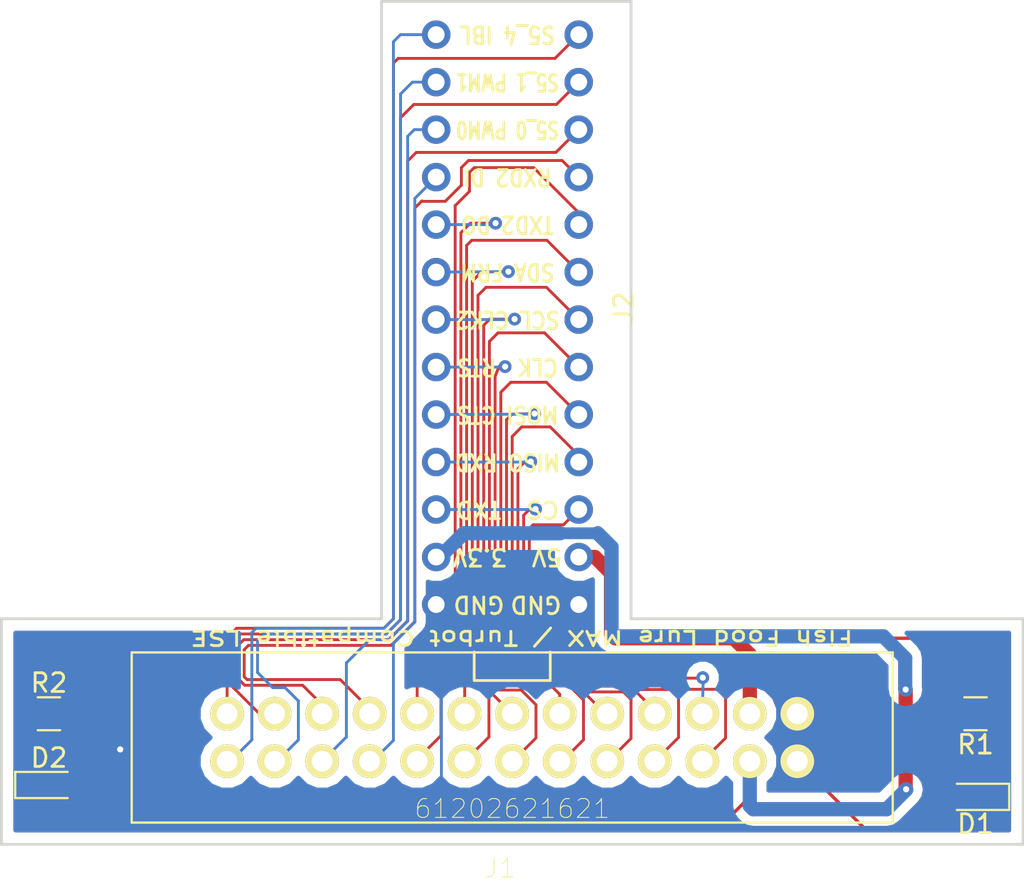
<source format=kicad_pcb>
(kicad_pcb (version 4) (host pcbnew 4.0.7)

  (general
    (links 33)
    (no_connects 0)
    (area 118.669999 65.964999 173.430001 111.200001)
    (thickness 1.6)
    (drawings 25)
    (tracks 296)
    (zones 0)
    (modules 6)
    (nets 28)
  )

  (page A4)
  (title_block
    (title "Fish Food Lure")
    (date 2018-04-08)
    (rev 0.7)
  )

  (layers
    (0 F.Cu signal)
    (31 B.Cu signal)
    (34 B.Paste user)
    (35 F.Paste user hide)
    (36 B.SilkS user)
    (37 F.SilkS user)
    (38 B.Mask user)
    (39 F.Mask user hide)
    (40 Dwgs.User user hide)
    (41 Cmts.User user)
    (42 Eco1.User user)
    (43 Eco2.User user)
    (44 Edge.Cuts user)
    (45 Margin user)
    (46 B.CrtYd user)
    (47 F.CrtYd user)
  )

  (setup
    (last_trace_width 0.1524)
    (user_trace_width 0.1524)
    (user_trace_width 0.1778)
    (user_trace_width 0.635)
    (user_trace_width 0.762)
    (trace_clearance 0.1524)
    (zone_clearance 0.508)
    (zone_45_only no)
    (trace_min 0.1524)
    (segment_width 0.2)
    (edge_width 0.15)
    (via_size 0.6858)
    (via_drill 0.3302)
    (via_min_size 0.6858)
    (via_min_drill 0.3302)
    (uvia_size 0.6858)
    (uvia_drill 0.3302)
    (uvias_allowed no)
    (uvia_min_size 0)
    (uvia_min_drill 0)
    (pcb_text_width 0.3)
    (pcb_text_size 1.5 1.5)
    (mod_edge_width 0.15)
    (mod_text_size 1 1)
    (mod_text_width 0.15)
    (pad_size 1.524 1.524)
    (pad_drill 0.762)
    (pad_to_mask_clearance 0.2)
    (aux_axis_origin 0 0)
    (visible_elements FFFFFF7F)
    (pcbplotparams
      (layerselection 0x00030_80000001)
      (usegerberextensions false)
      (excludeedgelayer true)
      (linewidth 0.100000)
      (plotframeref false)
      (viasonmask false)
      (mode 1)
      (useauxorigin false)
      (hpglpennumber 1)
      (hpglpenspeed 20)
      (hpglpendiameter 15)
      (hpglpenoverlay 2)
      (psnegative false)
      (psa4output false)
      (plotreference true)
      (plotvalue true)
      (plotinvisibletext false)
      (padsonsilk false)
      (subtractmaskfromsilk false)
      (outputformat 1)
      (mirror false)
      (drillshape 1)
      (scaleselection 1)
      (outputdirectory ""))
  )

  (net 0 "")
  (net 1 "Net-(D1-Pad2)")
  (net 2 GND)
  (net 3 "Net-(D2-Pad2)")
  (net 4 +3V3)
  (net 5 +5V)
  (net 6 /TXD)
  (net 7 /CS)
  (net 8 /MISO)
  (net 9 /RXD)
  (net 10 /MOSI)
  (net 11 /CTS)
  (net 12 /CLK)
  (net 13 /RTS)
  (net 14 /SCL)
  (net 15 /CLK2)
  (net 16 /SDA)
  (net 17 /FRM)
  (net 18 /TXD2)
  (net 19 /DO)
  (net 20 /RXD2)
  (net 21 /DI)
  (net 22 /S5_0)
  (net 23 /PWM0)
  (net 24 /S5_1)
  (net 25 /PWM1)
  (net 26 /S5_4)
  (net 27 /IBL)

  (net_class Default "This is the default net class."
    (clearance 0.1524)
    (trace_width 0.1524)
    (via_dia 0.6858)
    (via_drill 0.3302)
    (uvia_dia 0.6858)
    (uvia_drill 0.3302)
    (add_net +3V3)
    (add_net +5V)
    (add_net /CLK)
    (add_net /CLK2)
    (add_net /CS)
    (add_net /CTS)
    (add_net /DI)
    (add_net /DO)
    (add_net /FRM)
    (add_net /IBL)
    (add_net /MISO)
    (add_net /MOSI)
    (add_net /PWM0)
    (add_net /PWM1)
    (add_net /RTS)
    (add_net /RXD)
    (add_net /RXD2)
    (add_net /S5_0)
    (add_net /S5_1)
    (add_net /S5_4)
    (add_net /SCL)
    (add_net /SDA)
    (add_net /TXD)
    (add_net /TXD2)
    (add_net GND)
    (add_net "Net-(D1-Pad2)")
    (add_net "Net-(D2-Pad2)")
  )

  (module Resistors_SMD:R_0805 (layer F.Cu) (tedit 58E0A804) (tstamp 5AC85431)
    (at 121.285 104.14)
    (descr "Resistor SMD 0805, reflow soldering, Vishay (see dcrcw.pdf)")
    (tags "resistor 0805")
    (path /5AC85645)
    (attr smd)
    (fp_text reference R2 (at 0 -1.65) (layer F.SilkS)
      (effects (font (size 1 1) (thickness 0.15)))
    )
    (fp_text value R (at 0 1.75) (layer F.Fab)
      (effects (font (size 1 1) (thickness 0.15)))
    )
    (fp_text user %R (at 0 0) (layer F.Fab)
      (effects (font (size 0.5 0.5) (thickness 0.075)))
    )
    (fp_line (start -1 0.62) (end -1 -0.62) (layer F.Fab) (width 0.1))
    (fp_line (start 1 0.62) (end -1 0.62) (layer F.Fab) (width 0.1))
    (fp_line (start 1 -0.62) (end 1 0.62) (layer F.Fab) (width 0.1))
    (fp_line (start -1 -0.62) (end 1 -0.62) (layer F.Fab) (width 0.1))
    (fp_line (start 0.6 0.88) (end -0.6 0.88) (layer F.SilkS) (width 0.12))
    (fp_line (start -0.6 -0.88) (end 0.6 -0.88) (layer F.SilkS) (width 0.12))
    (fp_line (start -1.55 -0.9) (end 1.55 -0.9) (layer F.CrtYd) (width 0.05))
    (fp_line (start -1.55 -0.9) (end -1.55 0.9) (layer F.CrtYd) (width 0.05))
    (fp_line (start 1.55 0.9) (end 1.55 -0.9) (layer F.CrtYd) (width 0.05))
    (fp_line (start 1.55 0.9) (end -1.55 0.9) (layer F.CrtYd) (width 0.05))
    (pad 1 smd rect (at -0.95 0) (size 0.7 1.3) (layers F.Cu F.Paste F.Mask)
      (net 4 +3V3))
    (pad 2 smd rect (at 0.95 0) (size 0.7 1.3) (layers F.Cu F.Paste F.Mask)
      (net 3 "Net-(D2-Pad2)"))
    (model ${KISYS3DMOD}/Resistors_SMD.3dshapes/R_0805.wrl
      (at (xyz 0 0 0))
      (scale (xyz 1 1 1))
      (rotate (xyz 0 0 0))
    )
  )

  (module Resistors_SMD:R_0805 (layer F.Cu) (tedit 58E0A804) (tstamp 5AC85420)
    (at 170.815 104.14 180)
    (descr "Resistor SMD 0805, reflow soldering, Vishay (see dcrcw.pdf)")
    (tags "resistor 0805")
    (path /5AC855DF)
    (attr smd)
    (fp_text reference R1 (at 0 -1.65 180) (layer F.SilkS)
      (effects (font (size 1 1) (thickness 0.15)))
    )
    (fp_text value R (at 0 1.75 180) (layer F.Fab)
      (effects (font (size 1 1) (thickness 0.15)))
    )
    (fp_text user %R (at 0 0 180) (layer F.Fab)
      (effects (font (size 0.5 0.5) (thickness 0.075)))
    )
    (fp_line (start -1 0.62) (end -1 -0.62) (layer F.Fab) (width 0.1))
    (fp_line (start 1 0.62) (end -1 0.62) (layer F.Fab) (width 0.1))
    (fp_line (start 1 -0.62) (end 1 0.62) (layer F.Fab) (width 0.1))
    (fp_line (start -1 -0.62) (end 1 -0.62) (layer F.Fab) (width 0.1))
    (fp_line (start 0.6 0.88) (end -0.6 0.88) (layer F.SilkS) (width 0.12))
    (fp_line (start -0.6 -0.88) (end 0.6 -0.88) (layer F.SilkS) (width 0.12))
    (fp_line (start -1.55 -0.9) (end 1.55 -0.9) (layer F.CrtYd) (width 0.05))
    (fp_line (start -1.55 -0.9) (end -1.55 0.9) (layer F.CrtYd) (width 0.05))
    (fp_line (start 1.55 0.9) (end 1.55 -0.9) (layer F.CrtYd) (width 0.05))
    (fp_line (start 1.55 0.9) (end -1.55 0.9) (layer F.CrtYd) (width 0.05))
    (pad 1 smd rect (at -0.95 0 180) (size 0.7 1.3) (layers F.Cu F.Paste F.Mask)
      (net 5 +5V))
    (pad 2 smd rect (at 0.95 0 180) (size 0.7 1.3) (layers F.Cu F.Paste F.Mask)
      (net 1 "Net-(D1-Pad2)"))
    (model ${KISYS3DMOD}/Resistors_SMD.3dshapes/R_0805.wrl
      (at (xyz 0 0 0))
      (scale (xyz 1 1 1))
      (rotate (xyz 0 0 0))
    )
  )

  (module footprints:26_pin_breadboard (layer F.Cu) (tedit 5AC84E0F) (tstamp 5AC8540F)
    (at 147.066 83.058 90)
    (path /5AC849C3)
    (fp_text reference J2 (at 0.635 4.945 90) (layer F.SilkS)
      (effects (font (size 1 1) (thickness 0.15)))
    )
    (fp_text value MinnowBoard_LSE_breakout (at 0.635 -6.85 90) (layer F.Fab)
      (effects (font (size 1 1) (thickness 0.15)))
    )
    (pad 1 thru_hole circle (at -15.24 2.54 90) (size 1.524 1.524) (drill 0.9) (layers *.Cu *.Mask)
      (net 2 GND))
    (pad 2 thru_hole circle (at -15.24 -5.08 90) (size 1.524 1.524) (drill 0.9) (layers *.Cu *.Mask)
      (net 2 GND))
    (pad 3 thru_hole circle (at -12.7 2.54 90) (size 1.524 1.524) (drill 0.9) (layers *.Cu *.Mask)
      (net 5 +5V))
    (pad 4 thru_hole circle (at -12.7 -5.08 90) (size 1.524 1.524) (drill 0.9) (layers *.Cu *.Mask)
      (net 4 +3V3))
    (pad 5 thru_hole circle (at -10.16 2.54 90) (size 1.524 1.524) (drill 0.9) (layers *.Cu *.Mask)
      (net 7 /CS))
    (pad 6 thru_hole circle (at -10.16 -5.08 90) (size 1.524 1.524) (drill 0.9) (layers *.Cu *.Mask)
      (net 6 /TXD))
    (pad 7 thru_hole circle (at -7.62 2.54 90) (size 1.524 1.524) (drill 0.9) (layers *.Cu *.Mask)
      (net 8 /MISO))
    (pad 8 thru_hole circle (at -7.62 -5.08 90) (size 1.524 1.524) (drill 0.9) (layers *.Cu *.Mask)
      (net 9 /RXD))
    (pad 9 thru_hole circle (at -5.08 2.54 90) (size 1.524 1.524) (drill 0.9) (layers *.Cu *.Mask)
      (net 10 /MOSI))
    (pad 10 thru_hole circle (at -5.08 -5.08 90) (size 1.524 1.524) (drill 0.9) (layers *.Cu *.Mask)
      (net 11 /CTS))
    (pad 11 thru_hole circle (at -2.54 2.54 90) (size 1.524 1.524) (drill 0.9) (layers *.Cu *.Mask)
      (net 12 /CLK))
    (pad 12 thru_hole circle (at -2.54 -5.08 90) (size 1.524 1.524) (drill 0.9) (layers *.Cu *.Mask)
      (net 13 /RTS))
    (pad 13 thru_hole circle (at 0 2.54 90) (size 1.524 1.524) (drill 0.9) (layers *.Cu *.Mask)
      (net 14 /SCL))
    (pad 14 thru_hole circle (at 0 -5.08 90) (size 1.524 1.524) (drill 0.9) (layers *.Cu *.Mask)
      (net 15 /CLK2))
    (pad 15 thru_hole circle (at 2.54 2.54 90) (size 1.524 1.524) (drill 0.9) (layers *.Cu *.Mask)
      (net 16 /SDA))
    (pad 16 thru_hole circle (at 2.54 -5.08 90) (size 1.524 1.524) (drill 0.9) (layers *.Cu *.Mask)
      (net 17 /FRM))
    (pad 17 thru_hole circle (at 5.08 2.54 90) (size 1.524 1.524) (drill 0.9) (layers *.Cu *.Mask)
      (net 18 /TXD2))
    (pad 18 thru_hole circle (at 5.08 -5.08 90) (size 1.524 1.524) (drill 0.9) (layers *.Cu *.Mask)
      (net 19 /DO))
    (pad 19 thru_hole circle (at 7.62 2.54 90) (size 1.524 1.524) (drill 0.9) (layers *.Cu *.Mask)
      (net 20 /RXD2))
    (pad 20 thru_hole circle (at 7.62 -5.08 90) (size 1.524 1.524) (drill 0.9) (layers *.Cu *.Mask)
      (net 21 /DI))
    (pad 21 thru_hole circle (at 10.16 2.54 90) (size 1.524 1.524) (drill 0.9) (layers *.Cu *.Mask)
      (net 22 /S5_0))
    (pad 22 thru_hole circle (at 10.16 -5.08 90) (size 1.524 1.524) (drill 0.9) (layers *.Cu *.Mask)
      (net 23 /PWM0))
    (pad 23 thru_hole circle (at 12.7 2.54 90) (size 1.524 1.524) (drill 0.9) (layers *.Cu *.Mask)
      (net 24 /S5_1))
    (pad 24 thru_hole circle (at 12.7 -5.08 90) (size 1.524 1.524) (drill 0.9) (layers *.Cu *.Mask)
      (net 25 /PWM1))
    (pad 25 thru_hole circle (at 15.24 2.54 90) (size 1.524 1.524) (drill 0.9) (layers *.Cu *.Mask)
      (net 26 /S5_4))
    (pad 26 thru_hole circle (at 15.24 -5.08 90) (size 1.524 1.524) (drill 0.9) (layers *.Cu *.Mask)
      (net 27 /IBL))
  )

  (module footprints:61202621621 (layer F.Cu) (tedit 5AC87779) (tstamp 5AC853F1)
    (at 146.05 105.41 180)
    (descr "WR-BHD 2.54mm Male Box Header, 26 Pins")
    (path /5AC7CC34)
    (fp_text reference J1 (at 0.636233 -6.9987 180) (layer F.SilkS)
      (effects (font (size 1.00196 1.00196) (thickness 0.05)))
    )
    (fp_text value 61202621621 (at 0 -3.81 180) (layer F.SilkS)
      (effects (font (size 1.00196 1.00196) (thickness 0.05)))
    )
    (fp_line (start -2.032 4.572) (end -2.032 3.048) (layer F.SilkS) (width 0.15))
    (fp_line (start -2.032 3.048) (end 2 3.048) (layer F.SilkS) (width 0.15))
    (fp_line (start 2.032 3.048) (end 2.032 4.572) (layer F.SilkS) (width 0.15))
    (fp_line (start -20.34 -4.55) (end 20.34 -4.55) (layer F.SilkS) (width 0.127))
    (fp_line (start 20.34 -4.55) (end 20.34 4.55) (layer F.SilkS) (width 0.127))
    (fp_line (start 20.34 4.55) (end -20.34 4.55) (layer F.SilkS) (width 0.127))
    (fp_line (start -20.34 4.55) (end -20.34 -4.55) (layer F.SilkS) (width 0.127))
    (fp_poly (pts (xy -20.59 -4.8) (xy 20.59 -4.8) (xy 20.59 4.8) (xy -20.59 4.8)) (layer Dwgs.User) (width 0.127))
    (pad 2 thru_hole circle (at -15.24 -1.27 180) (size 1.8 1.8) (drill 1.1) (layers *.Cu *.Mask F.SilkS)
      (net 2 GND))
    (pad 1 thru_hole circle (at -15.24 1.27 180) (size 1.8 1.8) (drill 1.1) (layers *.Cu *.Mask F.SilkS)
      (net 2 GND))
    (pad 4 thru_hole circle (at -12.7 -1.27 180) (size 1.8 1.8) (drill 1.1) (layers *.Cu *.Mask F.SilkS)
      (net 4 +3V3))
    (pad 3 thru_hole circle (at -12.7 1.27 180) (size 1.8 1.8) (drill 1.1) (layers *.Cu *.Mask F.SilkS)
      (net 5 +5V))
    (pad 6 thru_hole circle (at -10.16 -1.27 180) (size 1.8 1.8) (drill 1.1) (layers *.Cu *.Mask F.SilkS)
      (net 6 /TXD))
    (pad 5 thru_hole circle (at -10.16 1.27 180) (size 1.8 1.8) (drill 1.1) (layers *.Cu *.Mask F.SilkS)
      (net 7 /CS))
    (pad 7 thru_hole circle (at -7.62 1.27 180) (size 1.8 1.8) (drill 1.1) (layers *.Cu *.Mask F.SilkS)
      (net 8 /MISO))
    (pad 8 thru_hole circle (at -7.62 -1.27 180) (size 1.8 1.8) (drill 1.1) (layers *.Cu *.Mask F.SilkS)
      (net 9 /RXD))
    (pad 9 thru_hole circle (at -5.08 1.27 180) (size 1.8 1.8) (drill 1.1) (layers *.Cu *.Mask F.SilkS)
      (net 10 /MOSI))
    (pad 10 thru_hole circle (at -5.08 -1.27 180) (size 1.8 1.8) (drill 1.1) (layers *.Cu *.Mask F.SilkS)
      (net 11 /CTS))
    (pad 11 thru_hole circle (at -2.54 1.27 180) (size 1.8 1.8) (drill 1.1) (layers *.Cu *.Mask F.SilkS)
      (net 12 /CLK))
    (pad 12 thru_hole circle (at -2.54 -1.27 180) (size 1.8 1.8) (drill 1.1) (layers *.Cu *.Mask F.SilkS)
      (net 13 /RTS))
    (pad 13 thru_hole circle (at 0 1.27 180) (size 1.8 1.8) (drill 1.1) (layers *.Cu *.Mask F.SilkS)
      (net 14 /SCL))
    (pad 14 thru_hole circle (at 0 -1.27 180) (size 1.8 1.8) (drill 1.1) (layers *.Cu *.Mask F.SilkS)
      (net 15 /CLK2))
    (pad 15 thru_hole circle (at 2.54 1.27 180) (size 1.8 1.8) (drill 1.1) (layers *.Cu *.Mask F.SilkS)
      (net 16 /SDA))
    (pad 16 thru_hole circle (at 2.54 -1.27 180) (size 1.8 1.8) (drill 1.1) (layers *.Cu *.Mask F.SilkS)
      (net 17 /FRM))
    (pad 17 thru_hole circle (at 5.08 1.27 180) (size 1.8 1.8) (drill 1.1) (layers *.Cu *.Mask F.SilkS)
      (net 18 /TXD2))
    (pad 18 thru_hole circle (at 5.08 -1.27 180) (size 1.8 1.8) (drill 1.1) (layers *.Cu *.Mask F.SilkS)
      (net 19 /DO))
    (pad 19 thru_hole circle (at 7.62 1.27 180) (size 1.8 1.8) (drill 1.1) (layers *.Cu *.Mask F.SilkS)
      (net 20 /RXD2))
    (pad 20 thru_hole circle (at 7.62 -1.27 180) (size 1.8 1.8) (drill 1.1) (layers *.Cu *.Mask F.SilkS)
      (net 21 /DI))
    (pad 21 thru_hole circle (at 10.16 1.27 180) (size 1.8 1.8) (drill 1.1) (layers *.Cu *.Mask F.SilkS)
      (net 22 /S5_0))
    (pad 22 thru_hole circle (at 10.16 -1.27 180) (size 1.8 1.8) (drill 1.1) (layers *.Cu *.Mask F.SilkS)
      (net 23 /PWM0))
    (pad 23 thru_hole circle (at 12.7 1.27 180) (size 1.8 1.8) (drill 1.1) (layers *.Cu *.Mask F.SilkS)
      (net 24 /S5_1))
    (pad 24 thru_hole circle (at 12.7 -1.27 180) (size 1.8 1.8) (drill 1.1) (layers *.Cu *.Mask F.SilkS)
      (net 25 /PWM1))
    (pad 25 thru_hole circle (at 15.24 1.27 180) (size 1.8 1.8) (drill 1.1) (layers *.Cu *.Mask F.SilkS)
      (net 26 /S5_4))
    (pad 26 thru_hole circle (at 15.24 -1.27 180) (size 1.8 1.8) (drill 1.1) (layers *.Cu *.Mask F.SilkS)
      (net 27 /IBL))
  )

  (module LEDs:LED_0805 (layer F.Cu) (tedit 59959803) (tstamp 5AC853CB)
    (at 121.285 107.95)
    (descr "LED 0805 smd package")
    (tags "LED led 0805 SMD smd SMT smt smdled SMDLED smtled SMTLED")
    (path /5AC856F0)
    (attr smd)
    (fp_text reference D2 (at 0 -1.45) (layer F.SilkS)
      (effects (font (size 1 1) (thickness 0.15)))
    )
    (fp_text value LED (at 0 1.55) (layer F.Fab)
      (effects (font (size 1 1) (thickness 0.15)))
    )
    (fp_line (start -1.8 -0.7) (end -1.8 0.7) (layer F.SilkS) (width 0.12))
    (fp_line (start -0.4 -0.4) (end -0.4 0.4) (layer F.Fab) (width 0.1))
    (fp_line (start -0.4 0) (end 0.2 -0.4) (layer F.Fab) (width 0.1))
    (fp_line (start 0.2 0.4) (end -0.4 0) (layer F.Fab) (width 0.1))
    (fp_line (start 0.2 -0.4) (end 0.2 0.4) (layer F.Fab) (width 0.1))
    (fp_line (start 1 0.6) (end -1 0.6) (layer F.Fab) (width 0.1))
    (fp_line (start 1 -0.6) (end 1 0.6) (layer F.Fab) (width 0.1))
    (fp_line (start -1 -0.6) (end 1 -0.6) (layer F.Fab) (width 0.1))
    (fp_line (start -1 0.6) (end -1 -0.6) (layer F.Fab) (width 0.1))
    (fp_line (start -1.8 0.7) (end 1 0.7) (layer F.SilkS) (width 0.12))
    (fp_line (start -1.8 -0.7) (end 1 -0.7) (layer F.SilkS) (width 0.12))
    (fp_line (start 1.95 -0.85) (end 1.95 0.85) (layer F.CrtYd) (width 0.05))
    (fp_line (start 1.95 0.85) (end -1.95 0.85) (layer F.CrtYd) (width 0.05))
    (fp_line (start -1.95 0.85) (end -1.95 -0.85) (layer F.CrtYd) (width 0.05))
    (fp_line (start -1.95 -0.85) (end 1.95 -0.85) (layer F.CrtYd) (width 0.05))
    (fp_text user %R (at 0 -1.25) (layer F.Fab)
      (effects (font (size 0.4 0.4) (thickness 0.1)))
    )
    (pad 2 smd rect (at 1.1 0 180) (size 1.2 1.2) (layers F.Cu F.Paste F.Mask)
      (net 3 "Net-(D2-Pad2)"))
    (pad 1 smd rect (at -1.1 0 180) (size 1.2 1.2) (layers F.Cu F.Paste F.Mask)
      (net 2 GND))
    (model ${KISYS3DMOD}/LEDs.3dshapes/LED_0805.wrl
      (at (xyz 0 0 0))
      (scale (xyz 1 1 1))
      (rotate (xyz 0 0 180))
    )
  )

  (module LEDs:LED_0805 (layer F.Cu) (tedit 59959803) (tstamp 5AC853B5)
    (at 170.815 108.585 180)
    (descr "LED 0805 smd package")
    (tags "LED led 0805 SMD smd SMT smt smdled SMDLED smtled SMTLED")
    (path /5AC856A3)
    (attr smd)
    (fp_text reference D1 (at 0 -1.45 180) (layer F.SilkS)
      (effects (font (size 1 1) (thickness 0.15)))
    )
    (fp_text value LED (at 0 1.55 180) (layer F.Fab)
      (effects (font (size 1 1) (thickness 0.15)))
    )
    (fp_line (start -1.8 -0.7) (end -1.8 0.7) (layer F.SilkS) (width 0.12))
    (fp_line (start -0.4 -0.4) (end -0.4 0.4) (layer F.Fab) (width 0.1))
    (fp_line (start -0.4 0) (end 0.2 -0.4) (layer F.Fab) (width 0.1))
    (fp_line (start 0.2 0.4) (end -0.4 0) (layer F.Fab) (width 0.1))
    (fp_line (start 0.2 -0.4) (end 0.2 0.4) (layer F.Fab) (width 0.1))
    (fp_line (start 1 0.6) (end -1 0.6) (layer F.Fab) (width 0.1))
    (fp_line (start 1 -0.6) (end 1 0.6) (layer F.Fab) (width 0.1))
    (fp_line (start -1 -0.6) (end 1 -0.6) (layer F.Fab) (width 0.1))
    (fp_line (start -1 0.6) (end -1 -0.6) (layer F.Fab) (width 0.1))
    (fp_line (start -1.8 0.7) (end 1 0.7) (layer F.SilkS) (width 0.12))
    (fp_line (start -1.8 -0.7) (end 1 -0.7) (layer F.SilkS) (width 0.12))
    (fp_line (start 1.95 -0.85) (end 1.95 0.85) (layer F.CrtYd) (width 0.05))
    (fp_line (start 1.95 0.85) (end -1.95 0.85) (layer F.CrtYd) (width 0.05))
    (fp_line (start -1.95 0.85) (end -1.95 -0.85) (layer F.CrtYd) (width 0.05))
    (fp_line (start -1.95 -0.85) (end 1.95 -0.85) (layer F.CrtYd) (width 0.05))
    (fp_text user %R (at 0 -1.25 180) (layer F.Fab)
      (effects (font (size 0.4 0.4) (thickness 0.1)))
    )
    (pad 2 smd rect (at 1.1 0) (size 1.2 1.2) (layers F.Cu F.Paste F.Mask)
      (net 1 "Net-(D1-Pad2)"))
    (pad 1 smd rect (at -1.1 0) (size 1.2 1.2) (layers F.Cu F.Paste F.Mask)
      (net 2 GND))
    (model ${KISYS3DMOD}/LEDs.3dshapes/LED_0805.wrl
      (at (xyz 0 0 0))
      (scale (xyz 1 1 1))
      (rotate (xyz 0 0 180))
    )
  )

  (gr_text "Fish Food Lure MAX / Turbot Compatible LSE" (at 146.558 100.076 180) (layer F.SilkS)
    (effects (font (size 0.762 1.016) (thickness 0.1524)))
  )
  (gr_text "S5_4 IBL" (at 145.796 67.818 180) (layer F.SilkS)
    (effects (font (size 0.889 0.762) (thickness 0.1524)))
  )
  (gr_text "S5_1 PWM1" (at 145.796 70.358 180) (layer F.SilkS)
    (effects (font (size 0.889 0.635) (thickness 0.1524)))
  )
  (gr_text "S5_0 PWM0" (at 145.796 72.898 180) (layer F.SilkS)
    (effects (font (size 0.889 0.635) (thickness 0.1524)))
  )
  (gr_text "RXD2 DI" (at 145.796 75.438 180) (layer F.SilkS)
    (effects (font (size 0.889 0.762) (thickness 0.1524)))
  )
  (gr_text "TXD2 DO" (at 145.796 77.978 180) (layer F.SilkS)
    (effects (font (size 0.889 0.762) (thickness 0.1524)))
  )
  (gr_text "MOSI CTS" (at 145.796 88.138 180) (layer F.SilkS)
    (effects (font (size 0.889 0.762) (thickness 0.1524)))
  )
  (gr_text "SDA FRM" (at 145.796 80.518 180) (layer F.SilkS)
    (effects (font (size 0.889 0.762) (thickness 0.1524)))
  )
  (gr_text "SCL CLK2" (at 145.796 83.058 180) (layer F.SilkS)
    (effects (font (size 0.889 0.762) (thickness 0.1524)))
  )
  (gr_text "CLK  RTS" (at 145.796 85.598 180) (layer F.SilkS)
    (effects (font (size 0.889 0.762) (thickness 0.1524)))
  )
  (gr_text "MISO RXD" (at 145.796 90.678 180) (layer F.SilkS)
    (effects (font (size 0.889 0.762) (thickness 0.1524)))
  )
  (gr_text "CS  TXD" (at 145.796 93.218 180) (layer F.SilkS)
    (effects (font (size 0.889 0.889) (thickness 0.1524)))
  )
  (gr_text "5V  3.3V" (at 145.796 95.758 180) (layer F.SilkS)
    (effects (font (size 0.889 0.889) (thickness 0.1524)))
  )
  (gr_text GND (at 144.272 98.298 180) (layer F.SilkS)
    (effects (font (size 0.889 0.889) (thickness 0.1524)))
  )
  (gr_text GND (at 147.32 98.298 180) (layer F.SilkS)
    (effects (font (size 0.889 0.889) (thickness 0.1524)))
  )
  (dimension 7.62 (width 0.3) (layer F.Fab)
    (gr_text "7.620 mm" (at 145.796 63.166001) (layer F.Fab)
      (effects (font (size 1.5 1.5) (thickness 0.3)))
    )
    (feature1 (pts (xy 141.986 67.818) (xy 141.986 61.816001)))
    (feature2 (pts (xy 149.606 67.818) (xy 149.606 61.816001)))
    (crossbar (pts (xy 149.606 64.516001) (xy 141.986 64.516001)))
    (arrow1a (pts (xy 141.986 64.516001) (xy 143.112504 63.92958)))
    (arrow1b (pts (xy 141.986 64.516001) (xy 143.112504 65.102422)))
    (arrow2a (pts (xy 149.606 64.516001) (xy 148.479496 63.92958)))
    (arrow2b (pts (xy 149.606 64.516001) (xy 148.479496 65.102422)))
  )
  (gr_line (start 139.065 66.04) (end 152.4 66.04) (angle 90) (layer Edge.Cuts) (width 0.15))
  (gr_line (start 118.745 111.125) (end 118.745 110.49) (angle 90) (layer Edge.Cuts) (width 0.15))
  (gr_line (start 173.355 111.125) (end 118.745 111.125) (angle 90) (layer Edge.Cuts) (width 0.15))
  (gr_line (start 173.355 99.06) (end 173.355 111.125) (angle 90) (layer Edge.Cuts) (width 0.15))
  (gr_line (start 152.4 99.06) (end 173.355 99.06) (angle 90) (layer Edge.Cuts) (width 0.15))
  (gr_line (start 152.4 66.04) (end 152.4 99.06) (angle 90) (layer Edge.Cuts) (width 0.15))
  (gr_line (start 139.065 99.06) (end 139.065 66.04) (angle 90) (layer Edge.Cuts) (width 0.15))
  (gr_line (start 118.745 99.06) (end 139.065 99.06) (angle 90) (layer Edge.Cuts) (width 0.15))
  (gr_line (start 118.745 110.49) (end 118.745 99.06) (angle 90) (layer Edge.Cuts) (width 0.15))

  (segment (start 169.865 104.14) (end 169.865 108.435) (width 0.1778) (layer F.Cu) (net 1))
  (segment (start 169.865 108.435) (end 169.715 108.585) (width 0.1778) (layer F.Cu) (net 1) (tstamp 5AC86BAD))
  (segment (start 171.915 108.585) (end 171.915 110.025) (width 0.1778) (layer F.Cu) (net 2))
  (segment (start 164.846 110.236) (end 161.29 106.68) (width 0.1778) (layer F.Cu) (net 2) (tstamp 5AC872B8))
  (segment (start 171.704 110.236) (end 164.846 110.236) (width 0.1778) (layer F.Cu) (net 2) (tstamp 5AC872B7))
  (segment (start 171.915 110.025) (end 171.704 110.236) (width 0.1778) (layer F.Cu) (net 2) (tstamp 5AC872B6))
  (segment (start 125.095 106.045) (end 125.222 106.045) (width 0.1524) (layer B.Cu) (net 2))
  (via (at 125.095 106.045) (size 0.6858) (drill 0.3302) (layers F.Cu B.Cu) (net 2))
  (segment (start 125.095 108.585) (end 125.095 106.045) (width 0.1778) (layer F.Cu) (net 2) (tstamp 5AC871B0))
  (segment (start 123.825 109.855) (end 125.095 108.585) (width 0.1778) (layer F.Cu) (net 2) (tstamp 5AC871AD))
  (segment (start 120.65 109.855) (end 123.825 109.855) (width 0.1778) (layer F.Cu) (net 2) (tstamp 5AC871AB))
  (segment (start 120.185 109.39) (end 120.65 109.855) (width 0.1778) (layer F.Cu) (net 2) (tstamp 5AC871A7))
  (segment (start 120.185 107.95) (end 120.185 109.39) (width 0.1778) (layer F.Cu) (net 2))
  (segment (start 142.2654 108.0008) (end 142.2654 98.5774) (width 0.1524) (layer B.Cu) (net 2) (tstamp 5AC87242))
  (segment (start 141.2494 109.0168) (end 142.2654 108.0008) (width 0.1524) (layer B.Cu) (net 2) (tstamp 5AC87240))
  (segment (start 128.1938 109.0168) (end 141.2494 109.0168) (width 0.1524) (layer B.Cu) (net 2) (tstamp 5AC87235))
  (segment (start 125.222 106.045) (end 128.1938 109.0168) (width 0.1524) (layer B.Cu) (net 2) (tstamp 5AC87225))
  (segment (start 142.2654 98.5774) (end 141.986 98.298) (width 0.1524) (layer B.Cu) (net 2) (tstamp 5AC87244))
  (segment (start 161.29 104.14) (end 161.29 106.68) (width 0.762) (layer F.Cu) (net 2))
  (segment (start 122.235 104.14) (end 122.235 107.8) (width 0.1778) (layer F.Cu) (net 3))
  (segment (start 122.235 107.8) (end 122.385 107.95) (width 0.1778) (layer F.Cu) (net 3) (tstamp 5AC871A2))
  (segment (start 120.335 104.14) (end 120.335 103.185) (width 0.1778) (layer F.Cu) (net 4))
  (segment (start 158.75 108.585) (end 158.75 106.68) (width 0.1778) (layer F.Cu) (net 4) (tstamp 5AC8719A))
  (segment (start 157.48 109.855) (end 158.75 108.585) (width 0.1778) (layer F.Cu) (net 4) (tstamp 5AC87198))
  (segment (start 128.905 109.855) (end 157.48 109.855) (width 0.1778) (layer F.Cu) (net 4) (tstamp 5AC87193))
  (segment (start 127 107.95) (end 128.905 109.855) (width 0.1778) (layer F.Cu) (net 4) (tstamp 5AC87191))
  (segment (start 127 104.14) (end 127 107.95) (width 0.1778) (layer F.Cu) (net 4) (tstamp 5AC8718E))
  (segment (start 125.095 102.235) (end 127 104.14) (width 0.1778) (layer F.Cu) (net 4) (tstamp 5AC8718D))
  (segment (start 121.285 102.235) (end 125.095 102.235) (width 0.1778) (layer F.Cu) (net 4) (tstamp 5AC8718B))
  (segment (start 120.335 103.185) (end 121.285 102.235) (width 0.1778) (layer F.Cu) (net 4) (tstamp 5AC87184))
  (segment (start 150.622 94.488) (end 148.6154 94.488) (width 0.635) (layer B.Cu) (net 4))
  (segment (start 142.1892 95.758) (end 143.4592 94.488) (width 0.762) (layer B.Cu) (net 4) (tstamp 5AC86E88))
  (segment (start 145.7706 94.488) (end 143.4592 94.488) (width 0.762) (layer B.Cu) (net 4) (tstamp 5AC86E7F))
  (segment (start 148.6154 94.488) (end 145.7706 94.488) (width 0.762) (layer B.Cu) (net 4) (tstamp 5AC86E66))
  (segment (start 158.75 109.0676) (end 158.75 106.68) (width 0.762) (layer B.Cu) (net 4))
  (segment (start 158.75 109.0676) (end 158.9278 109.2454) (width 0.762) (layer B.Cu) (net 4) (tstamp 5AC86E23))
  (segment (start 158.9278 109.2454) (end 166.0652 109.2454) (width 0.762) (layer B.Cu) (net 4) (tstamp 5AC86E29))
  (segment (start 166.0652 109.2454) (end 167.1066 108.204) (width 0.762) (layer B.Cu) (net 4) (tstamp 5AC86E2B))
  (segment (start 167.1066 108.204) (end 167.1066 108.1786) (width 0.762) (layer B.Cu) (net 4) (tstamp 5AC86E2D))
  (via (at 167.1066 108.1786) (size 0.6858) (drill 0.3302) (layers F.Cu B.Cu) (net 4))
  (segment (start 167.1066 108.1786) (end 167.0812 108.1532) (width 0.762) (layer F.Cu) (net 4) (tstamp 5AC86E30))
  (segment (start 167.0812 108.1532) (end 167.0812 102.8446) (width 0.762) (layer F.Cu) (net 4) (tstamp 5AC86E31))
  (via (at 167.0812 102.8446) (size 0.6858) (drill 0.3302) (layers F.Cu B.Cu) (net 4))
  (segment (start 167.0812 102.8446) (end 167.0558 102.8192) (width 0.762) (layer B.Cu) (net 4) (tstamp 5AC86E3E))
  (segment (start 167.0558 102.8192) (end 167.0558 101.1682) (width 0.762) (layer B.Cu) (net 4) (tstamp 5AC86E3F))
  (segment (start 167.0558 101.1682) (end 165.8874 99.9998) (width 0.762) (layer B.Cu) (net 4) (tstamp 5AC86E41))
  (segment (start 165.8874 99.9998) (end 151.4602 99.9998) (width 0.762) (layer B.Cu) (net 4) (tstamp 5AC86E43))
  (segment (start 151.4602 99.9998) (end 151.3586 99.8982) (width 0.762) (layer B.Cu) (net 4) (tstamp 5AC86E47))
  (segment (start 151.3586 99.8982) (end 151.3586 95.2246) (width 0.762) (layer B.Cu) (net 4) (tstamp 5AC86E48))
  (segment (start 151.3586 95.2246) (end 150.622 94.488) (width 0.762) (layer B.Cu) (net 4) (tstamp 5AC86E4C))
  (segment (start 142.1892 95.758) (end 141.986 95.758) (width 0.762) (layer B.Cu) (net 4) (tstamp 5AC86E8B))
  (segment (start 171.765 104.14) (end 171.765 100.4672) (width 0.1778) (layer F.Cu) (net 5))
  (segment (start 171.3992 100.1014) (end 157.8864 100.1014) (width 0.1778) (layer F.Cu) (net 5) (tstamp 5AC86B95))
  (segment (start 171.765 100.4672) (end 171.3992 100.1014) (width 0.1778) (layer F.Cu) (net 5) (tstamp 5AC86B8D))
  (segment (start 158.75 104.14) (end 158.75 100.965) (width 0.762) (layer F.Cu) (net 5))
  (segment (start 150.4696 95.758) (end 149.606 95.758) (width 0.762) (layer F.Cu) (net 5) (tstamp 5AC86B83))
  (segment (start 151.3332 96.6216) (end 150.4696 95.758) (width 0.762) (layer F.Cu) (net 5) (tstamp 5AC86B80))
  (segment (start 151.3332 99.8728) (end 151.3332 96.6216) (width 0.762) (layer F.Cu) (net 5) (tstamp 5AC86B7D))
  (segment (start 151.5618 100.1014) (end 151.3332 99.8728) (width 0.762) (layer F.Cu) (net 5) (tstamp 5AC86B7C))
  (segment (start 157.8864 100.1014) (end 151.5618 100.1014) (width 0.762) (layer F.Cu) (net 5) (tstamp 5AC86B73))
  (segment (start 158.75 100.965) (end 157.8864 100.1014) (width 0.762) (layer F.Cu) (net 5) (tstamp 5AC86B67))
  (segment (start 156.21 106.68) (end 157.4546 105.4354) (width 0.1524) (layer F.Cu) (net 6))
  (segment (start 147.2692 93.218) (end 141.986 93.218) (width 0.1524) (layer B.Cu) (net 6) (tstamp 5AC86AE4))
  (segment (start 147.2946 93.1926) (end 147.2692 93.218) (width 0.1524) (layer B.Cu) (net 6) (tstamp 5AC86AE3))
  (via (at 147.2946 93.1926) (size 0.6858) (drill 0.3302) (layers F.Cu B.Cu) (net 6))
  (segment (start 146.9898 93.1926) (end 147.2946 93.1926) (width 0.1524) (layer F.Cu) (net 6) (tstamp 5AC86ADF))
  (segment (start 146.659624 93.522776) (end 146.9898 93.1926) (width 0.1524) (layer F.Cu) (net 6) (tstamp 5AC86ADD))
  (segment (start 146.659624 100.4824) (end 146.659624 93.522776) (width 0.1524) (layer F.Cu) (net 6) (tstamp 5AC86AD7))
  (segment (start 146.914354 100.73713) (end 146.659624 100.4824) (width 0.1524) (layer F.Cu) (net 6) (tstamp 5AC86AD4))
  (segment (start 149.349754 100.73713) (end 146.914354 100.73713) (width 0.1524) (layer F.Cu) (net 6) (tstamp 5AC86AD2))
  (segment (start 150.669818 102.057194) (end 149.349754 100.73713) (width 0.1524) (layer F.Cu) (net 6) (tstamp 5AC86AD0))
  (segment (start 152.627106 102.057194) (end 150.669818 102.057194) (width 0.1524) (layer F.Cu) (net 6) (tstamp 5AC86ACF))
  (segment (start 153.10971 102.539798) (end 152.627106 102.057194) (width 0.1524) (layer F.Cu) (net 6) (tstamp 5AC86ACD))
  (segment (start 154.710654 102.539798) (end 153.10971 102.539798) (width 0.1524) (layer F.Cu) (net 6) (tstamp 5AC86ACB))
  (segment (start 155.003128 102.832272) (end 154.710654 102.539798) (width 0.1524) (layer F.Cu) (net 6) (tstamp 5AC86AC9))
  (segment (start 157.010472 102.832272) (end 155.003128 102.832272) (width 0.1524) (layer F.Cu) (net 6) (tstamp 5AC86AC4))
  (segment (start 157.4546 103.2764) (end 157.010472 102.832272) (width 0.1524) (layer F.Cu) (net 6) (tstamp 5AC86AC2))
  (segment (start 157.4546 105.4354) (end 157.4546 103.2764) (width 0.1524) (layer F.Cu) (net 6) (tstamp 5AC86AC0))
  (segment (start 156.21 104.14) (end 156.2608 102.235) (width 0.1524) (layer B.Cu) (net 7))
  (segment (start 148.7932 94.0308) (end 149.606 93.218) (width 0.1524) (layer F.Cu) (net 7) (tstamp 5AC86B0A))
  (segment (start 147.1676 94.0308) (end 148.7932 94.0308) (width 0.1524) (layer F.Cu) (net 7) (tstamp 5AC86B08))
  (segment (start 146.964426 94.233974) (end 147.1676 94.0308) (width 0.1524) (layer F.Cu) (net 7) (tstamp 5AC86B05))
  (segment (start 146.964426 100.0252) (end 146.964426 94.233974) (width 0.1524) (layer F.Cu) (net 7) (tstamp 5AC86B01))
  (segment (start 147.371554 100.432328) (end 146.964426 100.0252) (width 0.1524) (layer F.Cu) (net 7) (tstamp 5AC86B00))
  (segment (start 149.476008 100.432328) (end 147.371554 100.432328) (width 0.1524) (layer F.Cu) (net 7) (tstamp 5AC86AFE))
  (segment (start 150.796072 101.752392) (end 149.476008 100.432328) (width 0.1524) (layer F.Cu) (net 7) (tstamp 5AC86AFC))
  (segment (start 152.75336 101.752392) (end 150.796072 101.752392) (width 0.1524) (layer F.Cu) (net 7) (tstamp 5AC86AFB))
  (segment (start 153.235964 102.234996) (end 152.75336 101.752392) (width 0.1524) (layer F.Cu) (net 7) (tstamp 5AC86AFA))
  (segment (start 155.905204 102.234996) (end 153.235964 102.234996) (width 0.1524) (layer F.Cu) (net 7) (tstamp 5AC86AF9))
  (segment (start 156.2354 102.2096) (end 155.905204 102.234996) (width 0.1524) (layer F.Cu) (net 7) (tstamp 5AC86AF8))
  (via (at 156.2354 102.2096) (size 0.6858) (drill 0.3302) (layers F.Cu B.Cu) (net 7))
  (segment (start 156.2608 102.235) (end 156.2354 102.2096) (width 0.1524) (layer B.Cu) (net 7) (tstamp 5AC86AEF))
  (segment (start 153.67 104.14) (end 153.67 103.9622) (width 0.1524) (layer F.Cu) (net 8))
  (segment (start 153.67 103.9622) (end 152.374598 102.666798) (width 0.1524) (layer F.Cu) (net 8) (tstamp 5AC869A3))
  (segment (start 152.374598 102.666798) (end 150.41731 102.666798) (width 0.1524) (layer F.Cu) (net 8) (tstamp 5AC869A9))
  (segment (start 150.41731 102.666798) (end 149.097246 101.346734) (width 0.1524) (layer F.Cu) (net 8) (tstamp 5AC869AB))
  (segment (start 149.097246 101.346734) (end 146.304754 101.346734) (width 0.1524) (layer F.Cu) (net 8) (tstamp 5AC869AD))
  (segment (start 146.304754 101.346734) (end 146.05002 101.092) (width 0.1524) (layer F.Cu) (net 8) (tstamp 5AC869B0))
  (segment (start 146.05002 101.092) (end 146.05002 89.30638) (width 0.1524) (layer F.Cu) (net 8) (tstamp 5AC869B2))
  (segment (start 146.05002 89.30638) (end 146.558 88.7984) (width 0.1524) (layer F.Cu) (net 8) (tstamp 5AC869B8))
  (segment (start 146.558 88.7984) (end 148.082 88.7984) (width 0.1524) (layer F.Cu) (net 8) (tstamp 5AC869B9))
  (segment (start 148.082 88.7984) (end 149.606 90.3224) (width 0.1524) (layer F.Cu) (net 8) (tstamp 5AC869BB))
  (segment (start 149.606 90.3224) (end 149.606 90.678) (width 0.1524) (layer F.Cu) (net 8) (tstamp 5AC869BE))
  (segment (start 153.67 106.68) (end 154.94 105.41) (width 0.1524) (layer F.Cu) (net 9))
  (segment (start 147.0152 90.678) (end 141.986 90.678) (width 0.1524) (layer B.Cu) (net 9) (tstamp 5AC869EA))
  (segment (start 147.0406 90.6526) (end 147.0152 90.678) (width 0.1524) (layer B.Cu) (net 9) (tstamp 5AC869E9))
  (via (at 147.0406 90.6526) (size 0.6858) (drill 0.3302) (layers F.Cu B.Cu) (net 9))
  (segment (start 146.7358 90.6526) (end 147.0406 90.6526) (width 0.1524) (layer F.Cu) (net 9) (tstamp 5AC869E5))
  (segment (start 146.354822 91.033578) (end 146.7358 90.6526) (width 0.1524) (layer F.Cu) (net 9) (tstamp 5AC869E3))
  (segment (start 146.354822 100.8126) (end 146.354822 91.033578) (width 0.1524) (layer F.Cu) (net 9) (tstamp 5AC869DD))
  (segment (start 146.584154 101.041932) (end 146.354822 100.8126) (width 0.1524) (layer F.Cu) (net 9) (tstamp 5AC869DB))
  (segment (start 149.2235 101.041932) (end 146.584154 101.041932) (width 0.1524) (layer F.Cu) (net 9) (tstamp 5AC869D9))
  (segment (start 150.543564 102.361996) (end 149.2235 101.041932) (width 0.1524) (layer F.Cu) (net 9) (tstamp 5AC869D5))
  (segment (start 152.500852 102.361996) (end 150.543564 102.361996) (width 0.1524) (layer F.Cu) (net 9) (tstamp 5AC869D4))
  (segment (start 152.983456 102.8446) (end 152.500852 102.361996) (width 0.1524) (layer F.Cu) (net 9) (tstamp 5AC869D1))
  (segment (start 154.5844 102.8446) (end 152.983456 102.8446) (width 0.1524) (layer F.Cu) (net 9) (tstamp 5AC869CD))
  (segment (start 154.94 103.2002) (end 154.5844 102.8446) (width 0.1524) (layer F.Cu) (net 9) (tstamp 5AC869C9))
  (segment (start 154.94 105.41) (end 154.94 103.2002) (width 0.1524) (layer F.Cu) (net 9) (tstamp 5AC869C5))
  (segment (start 151.13 104.14) (end 151.0284 104.14) (width 0.1524) (layer F.Cu) (net 10))
  (segment (start 151.0284 104.14) (end 148.844738 101.956338) (width 0.1524) (layer F.Cu) (net 10) (tstamp 5AC8694A))
  (segment (start 148.844738 101.956338) (end 145.589818 101.956338) (width 0.1524) (layer F.Cu) (net 10) (tstamp 5AC8694E))
  (segment (start 145.589818 101.956338) (end 145.440416 101.806936) (width 0.1524) (layer F.Cu) (net 10) (tstamp 5AC86951))
  (segment (start 145.440416 101.806936) (end 145.440416 86.944184) (width 0.1524) (layer F.Cu) (net 10) (tstamp 5AC86953))
  (segment (start 145.440416 86.944184) (end 145.9738 86.4108) (width 0.1524) (layer F.Cu) (net 10) (tstamp 5AC8695D))
  (segment (start 145.9738 86.4108) (end 147.8788 86.4108) (width 0.1524) (layer F.Cu) (net 10) (tstamp 5AC8695E))
  (segment (start 147.8788 86.4108) (end 149.606 88.138) (width 0.1524) (layer F.Cu) (net 10) (tstamp 5AC86960))
  (segment (start 151.13 106.68) (end 151.1808 106.68) (width 0.1524) (layer F.Cu) (net 11))
  (segment (start 151.1808 106.68) (end 152.4 105.4608) (width 0.1524) (layer F.Cu) (net 11) (tstamp 5AC86968))
  (segment (start 152.4 105.4608) (end 152.4 103.378) (width 0.1524) (layer F.Cu) (net 11) (tstamp 5AC8696B))
  (segment (start 152.4 103.378) (end 151.9936 102.9716) (width 0.1524) (layer F.Cu) (net 11) (tstamp 5AC86970))
  (segment (start 151.9936 102.9716) (end 150.291056 102.9716) (width 0.1524) (layer F.Cu) (net 11) (tstamp 5AC86975))
  (segment (start 150.291056 102.9716) (end 148.970992 101.651536) (width 0.1524) (layer F.Cu) (net 11) (tstamp 5AC86979))
  (segment (start 148.970992 101.651536) (end 145.847554 101.651536) (width 0.1524) (layer F.Cu) (net 11) (tstamp 5AC8697B))
  (segment (start 145.847554 101.651536) (end 145.745218 101.5492) (width 0.1524) (layer F.Cu) (net 11) (tstamp 5AC8697D))
  (segment (start 145.745218 101.5492) (end 145.745218 88.417382) (width 0.1524) (layer F.Cu) (net 11) (tstamp 5AC8697F))
  (segment (start 145.745218 88.417382) (end 146.05 88.1126) (width 0.1524) (layer F.Cu) (net 11) (tstamp 5AC86983))
  (segment (start 146.05 88.1126) (end 147.2438 88.0872) (width 0.1524) (layer F.Cu) (net 11) (tstamp 5AC8698C))
  (via (at 147.2438 88.0872) (size 0.6858) (drill 0.3302) (layers F.Cu B.Cu) (net 11))
  (segment (start 147.2438 88.0872) (end 147.2184 88.1126) (width 0.1524) (layer B.Cu) (net 11) (tstamp 5AC86992))
  (segment (start 147.2184 88.1126) (end 141.986 88.138) (width 0.1524) (layer B.Cu) (net 11) (tstamp 5AC86993))
  (segment (start 148.59 104.14) (end 148.59 103.0986) (width 0.1524) (layer F.Cu) (net 12))
  (segment (start 147.7772 83.7692) (end 149.606 85.598) (width 0.1524) (layer F.Cu) (net 12) (tstamp 5AC8691D))
  (segment (start 145.288 83.7692) (end 147.7772 83.7692) (width 0.1524) (layer F.Cu) (net 12) (tstamp 5AC8691C))
  (segment (start 144.830812 84.226388) (end 145.288 83.7692) (width 0.1524) (layer F.Cu) (net 12) (tstamp 5AC8691A))
  (segment (start 144.830812 102.059444) (end 144.830812 84.226388) (width 0.1524) (layer F.Cu) (net 12) (tstamp 5AC86912))
  (segment (start 145.33731 102.565942) (end 144.830812 102.059444) (width 0.1524) (layer F.Cu) (net 12) (tstamp 5AC86911))
  (segment (start 148.057342 102.565942) (end 145.33731 102.565942) (width 0.1524) (layer F.Cu) (net 12) (tstamp 5AC86910))
  (segment (start 148.59 103.0986) (end 148.057342 102.565942) (width 0.1524) (layer F.Cu) (net 12) (tstamp 5AC86909))
  (segment (start 148.59 106.68) (end 148.717 106.68) (width 0.1524) (layer F.Cu) (net 13))
  (segment (start 148.717 106.68) (end 149.86 105.537) (width 0.1524) (layer F.Cu) (net 13) (tstamp 5AC86926))
  (segment (start 149.86 105.537) (end 149.86 103.4034) (width 0.1524) (layer F.Cu) (net 13) (tstamp 5AC86928))
  (segment (start 149.86 103.4034) (end 148.71774 102.26114) (width 0.1524) (layer F.Cu) (net 13) (tstamp 5AC8692B))
  (segment (start 148.71774 102.26114) (end 145.463564 102.26114) (width 0.1524) (layer F.Cu) (net 13) (tstamp 5AC8692D))
  (segment (start 145.463564 102.26114) (end 145.135614 101.93319) (width 0.1524) (layer F.Cu) (net 13) (tstamp 5AC8692F))
  (segment (start 145.135614 101.93319) (end 145.135614 86.105986) (width 0.1524) (layer F.Cu) (net 13) (tstamp 5AC86930))
  (segment (start 145.135614 86.105986) (end 145.3388 85.5726) (width 0.1524) (layer F.Cu) (net 13) (tstamp 5AC86936))
  (segment (start 145.3388 85.5726) (end 145.669 85.5726) (width 0.1524) (layer F.Cu) (net 13) (tstamp 5AC86938))
  (via (at 145.669 85.5726) (size 0.6858) (drill 0.3302) (layers F.Cu B.Cu) (net 13))
  (segment (start 145.669 85.5726) (end 145.6436 85.598) (width 0.1524) (layer B.Cu) (net 13) (tstamp 5AC8693D))
  (segment (start 145.6436 85.598) (end 141.986 85.598) (width 0.1524) (layer B.Cu) (net 13) (tstamp 5AC8693E))
  (segment (start 146.05 104.14) (end 146.049256 104.14) (width 0.1524) (layer F.Cu) (net 14))
  (segment (start 146.049256 104.14) (end 144.221208 102.311952) (width 0.1524) (layer F.Cu) (net 14) (tstamp 5AC868AF))
  (segment (start 144.221208 102.311952) (end 144.221208 81.762592) (width 0.1524) (layer F.Cu) (net 14) (tstamp 5AC868B5))
  (segment (start 144.221208 81.762592) (end 144.653 81.3308) (width 0.1524) (layer F.Cu) (net 14) (tstamp 5AC868BF))
  (segment (start 144.653 81.3308) (end 147.8788 81.3308) (width 0.1524) (layer F.Cu) (net 14) (tstamp 5AC868C1))
  (segment (start 147.8788 81.3308) (end 149.606 83.058) (width 0.1524) (layer F.Cu) (net 14) (tstamp 5AC868C4))
  (segment (start 146.05 106.68) (end 146.0754 106.68) (width 0.1524) (layer F.Cu) (net 15))
  (segment (start 146.0754 106.68) (end 147.32 105.4354) (width 0.1524) (layer F.Cu) (net 15) (tstamp 5AC868CD))
  (segment (start 147.32 105.4354) (end 147.32 103.6574) (width 0.1524) (layer F.Cu) (net 15) (tstamp 5AC868D0))
  (segment (start 147.32 103.6574) (end 146.533344 102.870744) (width 0.1524) (layer F.Cu) (net 15) (tstamp 5AC868D5))
  (segment (start 146.533344 102.870744) (end 145.211056 102.870744) (width 0.1524) (layer F.Cu) (net 15) (tstamp 5AC868D7))
  (segment (start 145.211056 102.870744) (end 144.52601 102.185698) (width 0.1524) (layer F.Cu) (net 15) (tstamp 5AC868DA))
  (segment (start 144.52601 102.185698) (end 144.52601 83.36279) (width 0.1524) (layer F.Cu) (net 15) (tstamp 5AC868DB))
  (segment (start 144.52601 83.36279) (end 144.8562 83.0326) (width 0.1524) (layer F.Cu) (net 15) (tstamp 5AC868E3))
  (segment (start 144.8562 83.0326) (end 146.177 83.0326) (width 0.1524) (layer F.Cu) (net 15) (tstamp 5AC868E7))
  (via (at 146.177 83.0326) (size 0.6858) (drill 0.3302) (layers F.Cu B.Cu) (net 15))
  (segment (start 146.177 83.0326) (end 146.1516 83.058) (width 0.1524) (layer B.Cu) (net 15) (tstamp 5AC868F1))
  (segment (start 146.1516 83.058) (end 141.986 83.058) (width 0.1524) (layer B.Cu) (net 15) (tstamp 5AC868F2))
  (segment (start 143.51 104.14) (end 143.51 99.568) (width 0.1524) (layer F.Cu) (net 16))
  (segment (start 147.9042 78.8162) (end 149.606 80.518) (width 0.1524) (layer F.Cu) (net 16) (tstamp 5AC86818))
  (segment (start 143.891 78.8162) (end 147.9042 78.8162) (width 0.1524) (layer F.Cu) (net 16) (tstamp 5AC86815))
  (segment (start 143.611604 79.095596) (end 143.891 78.8162) (width 0.1524) (layer F.Cu) (net 16) (tstamp 5AC86811))
  (segment (start 143.611604 99.466396) (end 143.611604 79.095596) (width 0.1524) (layer F.Cu) (net 16) (tstamp 5AC86805))
  (segment (start 143.51 99.568) (end 143.611604 99.466396) (width 0.1524) (layer F.Cu) (net 16) (tstamp 5AC867FE))
  (segment (start 143.51 106.68) (end 144.8054 105.3846) (width 0.1524) (layer F.Cu) (net 17))
  (segment (start 145.8468 80.4926) (end 141.986 80.518) (width 0.1524) (layer B.Cu) (net 17) (tstamp 5AC86868))
  (via (at 145.8468 80.4926) (size 0.6858) (drill 0.3302) (layers F.Cu B.Cu) (net 17))
  (segment (start 144.399 80.518) (end 145.8468 80.4926) (width 0.1524) (layer F.Cu) (net 17) (tstamp 5AC86863))
  (segment (start 143.916406 81.000594) (end 144.399 80.518) (width 0.1524) (layer F.Cu) (net 17) (tstamp 5AC86861))
  (segment (start 143.916406 102.438206) (end 143.916406 81.000594) (width 0.1524) (layer F.Cu) (net 17) (tstamp 5AC8685B))
  (segment (start 144.8054 103.3272) (end 143.916406 102.438206) (width 0.1524) (layer F.Cu) (net 17) (tstamp 5AC86851))
  (segment (start 144.8054 105.3846) (end 144.8054 103.3272) (width 0.1524) (layer F.Cu) (net 17) (tstamp 5AC8684E))
  (segment (start 149.606 77.343) (end 149.606 77.978) (width 0.1524) (layer F.Cu) (net 18) (tstamp 5AC8672F))
  (segment (start 147.193 74.93) (end 149.606 77.343) (width 0.1524) (layer F.Cu) (net 18) (tstamp 5AC86729))
  (segment (start 144.018 74.93) (end 147.193 74.93) (width 0.1524) (layer F.Cu) (net 18) (tstamp 5AC86727))
  (segment (start 143.764 75.184) (end 144.018 74.93) (width 0.1524) (layer F.Cu) (net 18) (tstamp 5AC86726))
  (segment (start 143.764 76.2) (end 143.764 75.184) (width 0.1524) (layer F.Cu) (net 18) (tstamp 5AC86724))
  (segment (start 143.002 76.962) (end 143.764 76.2) (width 0.1524) (layer F.Cu) (net 18) (tstamp 5AC86717))
  (segment (start 143.002 99.187) (end 143.002 76.962) (width 0.1524) (layer F.Cu) (net 18) (tstamp 5AC86715))
  (segment (start 140.97 101.219) (end 143.002 99.187) (width 0.1524) (layer F.Cu) (net 18) (tstamp 5AC86710))
  (segment (start 140.97 104.14) (end 140.97 101.219) (width 0.1524) (layer F.Cu) (net 18))
  (segment (start 140.97 106.68) (end 140.97 106.5784) (width 0.1524) (layer F.Cu) (net 19))
  (segment (start 140.97 106.5784) (end 142.24 105.3084) (width 0.1524) (layer F.Cu) (net 19) (tstamp 5AC867A9))
  (segment (start 142.24 105.3084) (end 142.24 100.380056) (width 0.1524) (layer F.Cu) (net 19) (tstamp 5AC867AC))
  (segment (start 142.24 100.380056) (end 143.306802 99.313254) (width 0.1524) (layer F.Cu) (net 19) (tstamp 5AC867B3))
  (segment (start 143.306802 99.313254) (end 143.306802 78.409798) (width 0.1524) (layer F.Cu) (net 19) (tstamp 5AC867B6))
  (segment (start 143.306802 78.409798) (end 143.8148 77.9018) (width 0.1524) (layer F.Cu) (net 19) (tstamp 5AC867BD))
  (segment (start 143.8148 77.9018) (end 145.161 77.9018) (width 0.1524) (layer F.Cu) (net 19) (tstamp 5AC867C0))
  (via (at 145.161 77.9018) (size 0.6858) (drill 0.3302) (layers F.Cu B.Cu) (net 19))
  (segment (start 145.161 77.9018) (end 145.0848 77.978) (width 0.1524) (layer B.Cu) (net 19) (tstamp 5AC867C5))
  (segment (start 145.0848 77.978) (end 141.986 77.978) (width 0.1524) (layer B.Cu) (net 19) (tstamp 5AC867C6))
  (segment (start 141.1986 76.7334) (end 142.4686 76.7334) (width 0.1524) (layer F.Cu) (net 20))
  (segment (start 148.717 74.549) (end 149.606 75.438) (width 0.1524) (layer F.Cu) (net 20) (tstamp 5AC86625))
  (segment (start 143.7132 74.549) (end 148.717 74.549) (width 0.1524) (layer F.Cu) (net 20) (tstamp 5AC86620))
  (segment (start 143.3322 74.93) (end 143.7132 74.549) (width 0.1524) (layer F.Cu) (net 20) (tstamp 5AC8661E))
  (segment (start 143.3322 75.8698) (end 143.3322 74.93) (width 0.1524) (layer F.Cu) (net 20) (tstamp 5AC8661C))
  (segment (start 142.4686 76.7334) (end 143.3322 75.8698) (width 0.1524) (layer F.Cu) (net 20) (tstamp 5AC86617))
  (segment (start 140.843 77.089) (end 141.1986 76.7334) (width 0.1524) (layer F.Cu) (net 20) (tstamp 5AC86549))
  (segment (start 141.1986 76.7334) (end 141.224 76.708) (width 0.1524) (layer F.Cu) (net 20) (tstamp 5AC86615))
  (segment (start 140.843 99.2124) (end 140.843 77.089) (width 0.1524) (layer F.Cu) (net 20) (tstamp 5AC86540))
  (segment (start 139.572994 100.482406) (end 140.843 99.2124) (width 0.1524) (layer F.Cu) (net 20) (tstamp 5AC86538))
  (segment (start 131.952994 100.482406) (end 139.572994 100.482406) (width 0.1524) (layer F.Cu) (net 20) (tstamp 5AC86535))
  (segment (start 131.724406 100.710994) (end 131.952994 100.482406) (width 0.1524) (layer F.Cu) (net 20) (tstamp 5AC86532))
  (segment (start 131.724406 102.159546) (end 131.724406 100.710994) (width 0.1524) (layer F.Cu) (net 20) (tstamp 5AC86531))
  (segment (start 131.87643 102.31157) (end 131.724406 102.159546) (width 0.1524) (layer F.Cu) (net 20) (tstamp 5AC8652F))
  (segment (start 136.85557 102.31157) (end 131.87643 102.31157) (width 0.1524) (layer F.Cu) (net 20) (tstamp 5AC8652C))
  (segment (start 138.43 103.886) (end 136.85557 102.31157) (width 0.1524) (layer F.Cu) (net 20) (tstamp 5AC8652B))
  (segment (start 138.43 104.14) (end 138.43 103.886) (width 0.1524) (layer F.Cu) (net 20))
  (segment (start 138.43 106.68) (end 138.5824 106.68) (width 0.1524) (layer B.Cu) (net 21))
  (segment (start 138.5824 106.68) (end 139.7 105.5624) (width 0.1524) (layer B.Cu) (net 21) (tstamp 5AC86DB7))
  (segment (start 139.7 105.5624) (end 139.7 100.380056) (width 0.1524) (layer B.Cu) (net 21) (tstamp 5AC86DB8))
  (segment (start 139.7 100.380056) (end 140.843 99.237056) (width 0.1524) (layer B.Cu) (net 21) (tstamp 5AC86DBB))
  (segment (start 140.843 99.237056) (end 140.843 76.581) (width 0.1524) (layer B.Cu) (net 21) (tstamp 5AC86DBD))
  (segment (start 140.843 76.581) (end 141.986 75.438) (width 0.1524) (layer B.Cu) (net 21) (tstamp 5AC86DBF))
  (segment (start 135.89 104.14) (end 135.89 103.6574) (width 0.1524) (layer F.Cu) (net 22))
  (segment (start 135.89 103.6574) (end 134.848972 102.616372) (width 0.1524) (layer F.Cu) (net 22) (tstamp 5AC864F3))
  (segment (start 134.848972 102.616372) (end 131.750176 102.616372) (width 0.1524) (layer F.Cu) (net 22) (tstamp 5AC864F4))
  (segment (start 131.750176 102.616372) (end 131.419604 102.2858) (width 0.1524) (layer F.Cu) (net 22) (tstamp 5AC864F8))
  (segment (start 131.419604 102.2858) (end 131.419604 100.457) (width 0.1524) (layer F.Cu) (net 22) (tstamp 5AC864FA))
  (segment (start 131.419604 100.457) (end 131.699 100.177604) (width 0.1524) (layer F.Cu) (net 22) (tstamp 5AC86500))
  (segment (start 131.699 100.177604) (end 139.445996 100.177604) (width 0.1524) (layer F.Cu) (net 22) (tstamp 5AC86509))
  (segment (start 139.445996 100.177604) (end 140.462 99.1616) (width 0.1524) (layer F.Cu) (net 22) (tstamp 5AC8650B))
  (segment (start 140.462 99.1616) (end 140.462 74.5744) (width 0.1524) (layer F.Cu) (net 22) (tstamp 5AC86515))
  (segment (start 140.462 74.5744) (end 140.9192 74.1172) (width 0.1524) (layer F.Cu) (net 22) (tstamp 5AC8651D))
  (segment (start 140.9192 74.1172) (end 148.3868 74.1172) (width 0.1524) (layer F.Cu) (net 22) (tstamp 5AC8651F))
  (segment (start 148.3868 74.1172) (end 149.606 72.898) (width 0.1524) (layer F.Cu) (net 22) (tstamp 5AC86521))
  (segment (start 141.986 72.898) (end 140.817602 72.898) (width 0.1524) (layer B.Cu) (net 23))
  (segment (start 137.1854 105.3846) (end 135.89 106.68) (width 0.1524) (layer B.Cu) (net 23) (tstamp 5AC86DB3))
  (segment (start 137.1854 101.4222) (end 137.1854 105.3846) (width 0.1524) (layer B.Cu) (net 23) (tstamp 5AC86DB1))
  (segment (start 138.429996 100.177604) (end 137.1854 101.4222) (width 0.1524) (layer B.Cu) (net 23) (tstamp 5AC86DA5))
  (segment (start 139.471396 100.177604) (end 138.429996 100.177604) (width 0.1524) (layer B.Cu) (net 23) (tstamp 5AC86DA4))
  (segment (start 140.462 99.187) (end 139.471396 100.177604) (width 0.1524) (layer B.Cu) (net 23) (tstamp 5AC86D94))
  (segment (start 140.462 73.253602) (end 140.462 99.187) (width 0.1524) (layer B.Cu) (net 23) (tstamp 5AC86D8C))
  (segment (start 140.817602 72.898) (end 140.462 73.253602) (width 0.1524) (layer B.Cu) (net 23) (tstamp 5AC86D8B))
  (segment (start 133.35 104.14) (end 132.5372 104.14) (width 0.1524) (layer F.Cu) (net 24))
  (segment (start 132.5372 104.14) (end 131.114802 102.717602) (width 0.1524) (layer F.Cu) (net 24) (tstamp 5AC864BB))
  (segment (start 131.114802 102.717602) (end 131.114802 100.202254) (width 0.1524) (layer F.Cu) (net 24) (tstamp 5AC864BE))
  (segment (start 131.114802 100.202254) (end 131.444254 99.872802) (width 0.1524) (layer F.Cu) (net 24) (tstamp 5AC864C2))
  (segment (start 131.444254 99.872802) (end 139.318254 99.872802) (width 0.1524) (layer F.Cu) (net 24) (tstamp 5AC864C5))
  (segment (start 139.318254 99.872802) (end 140.081 99.110056) (width 0.1524) (layer F.Cu) (net 24) (tstamp 5AC864CB))
  (segment (start 140.081 99.110056) (end 140.081 72.263) (width 0.1524) (layer F.Cu) (net 24) (tstamp 5AC864D2))
  (segment (start 140.081 72.263) (end 140.7922 71.5518) (width 0.1524) (layer F.Cu) (net 24) (tstamp 5AC864E0))
  (segment (start 140.7922 71.5518) (end 148.4122 71.5518) (width 0.1524) (layer F.Cu) (net 24) (tstamp 5AC864E2))
  (segment (start 148.4122 71.5518) (end 149.606 70.358) (width 0.1524) (layer F.Cu) (net 24) (tstamp 5AC864E5))
  (segment (start 133.35 106.68) (end 133.477 106.68) (width 0.1524) (layer B.Cu) (net 25))
  (segment (start 133.477 106.68) (end 134.62 105.537) (width 0.1524) (layer B.Cu) (net 25) (tstamp 5AC86D5D))
  (segment (start 134.62 105.537) (end 134.62 103.4542) (width 0.1524) (layer B.Cu) (net 25) (tstamp 5AC86D5E))
  (segment (start 134.62 103.4542) (end 133.9088 102.743) (width 0.1524) (layer B.Cu) (net 25) (tstamp 5AC86D60))
  (segment (start 133.9088 102.743) (end 133.248402 102.743) (width 0.1524) (layer B.Cu) (net 25) (tstamp 5AC86D62))
  (segment (start 133.248402 102.743) (end 132.435602 101.9302) (width 0.1524) (layer B.Cu) (net 25) (tstamp 5AC86D64))
  (segment (start 132.435602 101.9302) (end 132.435602 100.203) (width 0.1524) (layer B.Cu) (net 25) (tstamp 5AC86D66))
  (segment (start 132.435602 100.203) (end 132.7658 99.872802) (width 0.1524) (layer B.Cu) (net 25) (tstamp 5AC86D6C))
  (segment (start 132.7658 99.872802) (end 139.318254 99.872802) (width 0.1524) (layer B.Cu) (net 25) (tstamp 5AC86D6D))
  (segment (start 139.318254 99.872802) (end 140.004802 99.186254) (width 0.1524) (layer B.Cu) (net 25) (tstamp 5AC86D70))
  (segment (start 140.004802 99.186254) (end 140.005546 99.186254) (width 0.1524) (layer B.Cu) (net 25) (tstamp 5AC86D71))
  (segment (start 140.005546 99.186254) (end 140.081 99.1108) (width 0.1524) (layer B.Cu) (net 25) (tstamp 5AC86D72))
  (segment (start 140.081 99.1108) (end 140.081 70.993) (width 0.1524) (layer B.Cu) (net 25) (tstamp 5AC86D77))
  (segment (start 140.081 70.993) (end 140.716 70.358) (width 0.1524) (layer B.Cu) (net 25) (tstamp 5AC86D79))
  (segment (start 140.716 70.358) (end 141.986 70.358) (width 0.1524) (layer B.Cu) (net 25) (tstamp 5AC86D88))
  (segment (start 130.81 104.14) (end 130.81 100.076) (width 0.1524) (layer F.Cu) (net 26))
  (segment (start 148.336 69.088) (end 149.606 67.818) (width 0.1524) (layer F.Cu) (net 26) (tstamp 5AC86480))
  (segment (start 139.954 69.088) (end 148.336 69.088) (width 0.1524) (layer F.Cu) (net 26) (tstamp 5AC8647A))
  (segment (start 139.7 69.342) (end 139.954 69.088) (width 0.1524) (layer F.Cu) (net 26) (tstamp 5AC86479))
  (segment (start 139.7 99.06) (end 139.7 69.342) (width 0.1524) (layer F.Cu) (net 26) (tstamp 5AC8646B))
  (segment (start 139.192 99.568) (end 139.7 99.06) (width 0.1524) (layer F.Cu) (net 26) (tstamp 5AC86469))
  (segment (start 131.318 99.568) (end 139.192 99.568) (width 0.1524) (layer F.Cu) (net 26) (tstamp 5AC86461))
  (segment (start 130.81 100.076) (end 131.318 99.568) (width 0.1524) (layer F.Cu) (net 26) (tstamp 5AC8645F))
  (segment (start 130.81 106.68) (end 130.9878 106.68) (width 0.1524) (layer B.Cu) (net 27))
  (segment (start 130.9878 106.68) (end 132.1308 105.537) (width 0.1524) (layer B.Cu) (net 27) (tstamp 5AC86D39))
  (segment (start 132.1308 105.537) (end 132.1308 99.7966) (width 0.1524) (layer B.Cu) (net 27) (tstamp 5AC86D3A))
  (segment (start 132.1308 99.7966) (end 132.3594 99.568) (width 0.1524) (layer B.Cu) (net 27) (tstamp 5AC86D3C))
  (segment (start 132.3594 99.568) (end 139.192 99.568) (width 0.1524) (layer B.Cu) (net 27) (tstamp 5AC86D42))
  (segment (start 139.192 99.568) (end 139.7 99.06) (width 0.1524) (layer B.Cu) (net 27) (tstamp 5AC86D44))
  (segment (start 139.7 99.06) (end 139.7 68.199) (width 0.1524) (layer B.Cu) (net 27) (tstamp 5AC86D4A))
  (segment (start 139.7 68.199) (end 140.081 67.818) (width 0.1524) (layer B.Cu) (net 27) (tstamp 5AC86D4B))
  (segment (start 140.081 67.818) (end 141.986 67.818) (width 0.1524) (layer B.Cu) (net 27) (tstamp 5AC86D55))

  (zone (net 2) (net_name GND) (layer B.Cu) (tstamp 5AC8709E) (hatch edge 0.508)
    (connect_pads yes (clearance 0.508))
    (min_thickness 0.254)
    (fill yes (arc_segments 16) (thermal_gap 0.508) (thermal_bridge_width 0.508))
    (polygon
      (pts
        (xy 151.765 99.695) (xy 172.72 99.695) (xy 172.72 110.49) (xy 119.38 110.49) (xy 119.38 99.695)
        (xy 139.7 99.695) (xy 139.7 66.675) (xy 151.765 66.675)
      )
    )
    (filled_polygon
      (pts
        (xy 148.208758 96.034661) (xy 148.42099 96.548303) (xy 148.81363 96.941629) (xy 149.3269 97.154757) (xy 149.882661 97.155242)
        (xy 150.3426 96.9652) (xy 150.3426 99.8982) (xy 150.391685 100.144966) (xy 150.419938 100.287007) (xy 150.64018 100.61662)
        (xy 150.741779 100.71822) (xy 151.071393 100.938462) (xy 151.1359 100.951293) (xy 151.4602 101.0158) (xy 165.46656 101.0158)
        (xy 166.0398 101.589041) (xy 166.0398 102.8192) (xy 166.07878 103.015164) (xy 166.117138 103.208007) (xy 166.33738 103.53762)
        (xy 166.362779 103.56302) (xy 166.524451 103.671046) (xy 166.526541 103.67314) (xy 166.529298 103.674285) (xy 166.692393 103.783262)
        (xy 166.883095 103.821194) (xy 166.88583 103.82233) (xy 166.888818 103.822333) (xy 167.0812 103.860599) (xy 167.271904 103.822666)
        (xy 167.274863 103.822669) (xy 167.277622 103.821529) (xy 167.470007 103.783262) (xy 167.631676 103.675238) (xy 167.634412 103.674107)
        (xy 167.636526 103.671997) (xy 167.79962 103.56302) (xy 167.907645 103.40135) (xy 167.90974 103.399259) (xy 167.910885 103.396501)
        (xy 168.019862 103.233407) (xy 168.057794 103.042705) (xy 168.05893 103.03997) (xy 168.058933 103.036982) (xy 168.097199 102.8446)
        (xy 168.0718 102.716908) (xy 168.0718 101.1682) (xy 167.994462 100.779394) (xy 167.994462 100.779393) (xy 167.77422 100.449779)
        (xy 167.14644 99.822) (xy 172.593 99.822) (xy 172.593 110.363) (xy 119.507 110.363) (xy 119.507 99.822)
        (xy 131.4196 99.822) (xy 131.4196 102.731054) (xy 131.11667 102.605267) (xy 130.506009 102.604735) (xy 129.941629 102.837932)
        (xy 129.509449 103.269357) (xy 129.275267 103.83333) (xy 129.274735 104.443991) (xy 129.507932 105.008371) (xy 129.909182 105.410323)
        (xy 129.509449 105.809357) (xy 129.275267 106.37333) (xy 129.274735 106.983991) (xy 129.507932 107.548371) (xy 129.939357 107.980551)
        (xy 130.50333 108.214733) (xy 131.113991 108.215265) (xy 131.678371 107.982068) (xy 132.080323 107.580818) (xy 132.479357 107.980551)
        (xy 133.04333 108.214733) (xy 133.653991 108.215265) (xy 134.218371 107.982068) (xy 134.620323 107.580818) (xy 135.019357 107.980551)
        (xy 135.58333 108.214733) (xy 136.193991 108.215265) (xy 136.758371 107.982068) (xy 137.160323 107.580818) (xy 137.559357 107.980551)
        (xy 138.12333 108.214733) (xy 138.733991 108.215265) (xy 139.298371 107.982068) (xy 139.700323 107.580818) (xy 140.099357 107.980551)
        (xy 140.66333 108.214733) (xy 141.273991 108.215265) (xy 141.838371 107.982068) (xy 142.240323 107.580818) (xy 142.639357 107.980551)
        (xy 143.20333 108.214733) (xy 143.813991 108.215265) (xy 144.378371 107.982068) (xy 144.780323 107.580818) (xy 145.179357 107.980551)
        (xy 145.74333 108.214733) (xy 146.353991 108.215265) (xy 146.918371 107.982068) (xy 147.320323 107.580818) (xy 147.719357 107.980551)
        (xy 148.28333 108.214733) (xy 148.893991 108.215265) (xy 149.458371 107.982068) (xy 149.860323 107.580818) (xy 150.259357 107.980551)
        (xy 150.82333 108.214733) (xy 151.433991 108.215265) (xy 151.998371 107.982068) (xy 152.400323 107.580818) (xy 152.799357 107.980551)
        (xy 153.36333 108.214733) (xy 153.973991 108.215265) (xy 154.538371 107.982068) (xy 154.940323 107.580818) (xy 155.339357 107.980551)
        (xy 155.90333 108.214733) (xy 156.513991 108.215265) (xy 157.078371 107.982068) (xy 157.480323 107.580818) (xy 157.734 107.83494)
        (xy 157.734 109.0676) (xy 157.798507 109.3919) (xy 157.811338 109.456407) (xy 158.03158 109.78602) (xy 158.209379 109.96382)
        (xy 158.538993 110.184062) (xy 158.6035 110.196893) (xy 158.9278 110.2614) (xy 166.0652 110.2614) (xy 166.3895 110.196893)
        (xy 166.454007 110.184062) (xy 166.78362 109.96382) (xy 167.82502 108.92242) (xy 168.045262 108.592807) (xy 168.088791 108.37397)
        (xy 168.1226 108.204) (xy 168.1226 108.1786) (xy 168.084666 107.987894) (xy 168.084669 107.984937) (xy 168.08353 107.98218)
        (xy 168.045262 107.789794) (xy 167.937238 107.628126) (xy 167.936107 107.625388) (xy 167.933996 107.623273) (xy 167.82502 107.46018)
        (xy 167.663351 107.352156) (xy 167.661259 107.35006) (xy 167.6585 107.348914) (xy 167.495406 107.239938) (xy 167.304704 107.202005)
        (xy 167.30197 107.20087) (xy 167.298984 107.200867) (xy 167.1066 107.1626) (xy 166.915894 107.200534) (xy 166.912937 107.200531)
        (xy 166.91018 107.20167) (xy 166.717794 107.239938) (xy 166.556126 107.347962) (xy 166.553388 107.349093) (xy 166.551273 107.351204)
        (xy 166.38818 107.46018) (xy 166.337032 107.536728) (xy 165.64436 108.2294) (xy 159.766 108.2294) (xy 159.766 107.834697)
        (xy 160.050551 107.550643) (xy 160.284733 106.98667) (xy 160.285265 106.376009) (xy 160.052068 105.811629) (xy 159.650818 105.409677)
        (xy 160.050551 105.010643) (xy 160.284733 104.44667) (xy 160.285265 103.836009) (xy 160.052068 103.271629) (xy 159.620643 102.839449)
        (xy 159.05667 102.605267) (xy 158.446009 102.604735) (xy 157.881629 102.837932) (xy 157.479677 103.239182) (xy 157.080643 102.839449)
        (xy 157.015652 102.812463) (xy 157.06394 102.764259) (xy 157.21313 102.40497) (xy 157.213469 102.015937) (xy 157.064907 101.656388)
        (xy 156.790059 101.38106) (xy 156.43077 101.23187) (xy 156.041737 101.231531) (xy 155.682188 101.380093) (xy 155.40686 101.654941)
        (xy 155.25767 102.01423) (xy 155.257331 102.403263) (xy 155.405893 102.762812) (xy 155.440217 102.797196) (xy 155.341629 102.837932)
        (xy 154.939677 103.239182) (xy 154.540643 102.839449) (xy 153.97667 102.605267) (xy 153.366009 102.604735) (xy 152.801629 102.837932)
        (xy 152.399677 103.239182) (xy 152.000643 102.839449) (xy 151.43667 102.605267) (xy 150.826009 102.604735) (xy 150.261629 102.837932)
        (xy 149.859677 103.239182) (xy 149.460643 102.839449) (xy 148.89667 102.605267) (xy 148.286009 102.604735) (xy 147.721629 102.837932)
        (xy 147.319677 103.239182) (xy 146.920643 102.839449) (xy 146.35667 102.605267) (xy 145.746009 102.604735) (xy 145.181629 102.837932)
        (xy 144.779677 103.239182) (xy 144.380643 102.839449) (xy 143.81667 102.605267) (xy 143.206009 102.604735) (xy 142.641629 102.837932)
        (xy 142.239677 103.239182) (xy 141.840643 102.839449) (xy 141.27667 102.605267) (xy 140.666009 102.604735) (xy 140.4112 102.71002)
        (xy 140.4112 100.674644) (xy 141.345894 99.73995) (xy 141.500063 99.509221) (xy 141.510168 99.458418) (xy 141.5542 99.237056)
        (xy 141.5542 97.091351) (xy 141.7069 97.154757) (xy 142.262661 97.155242) (xy 142.776303 96.94301) (xy 143.169629 96.55037)
        (xy 143.382757 96.0371) (xy 143.382788 96.001252) (xy 143.880041 95.504) (xy 148.209221 95.504)
      )
    )
  )
)

</source>
